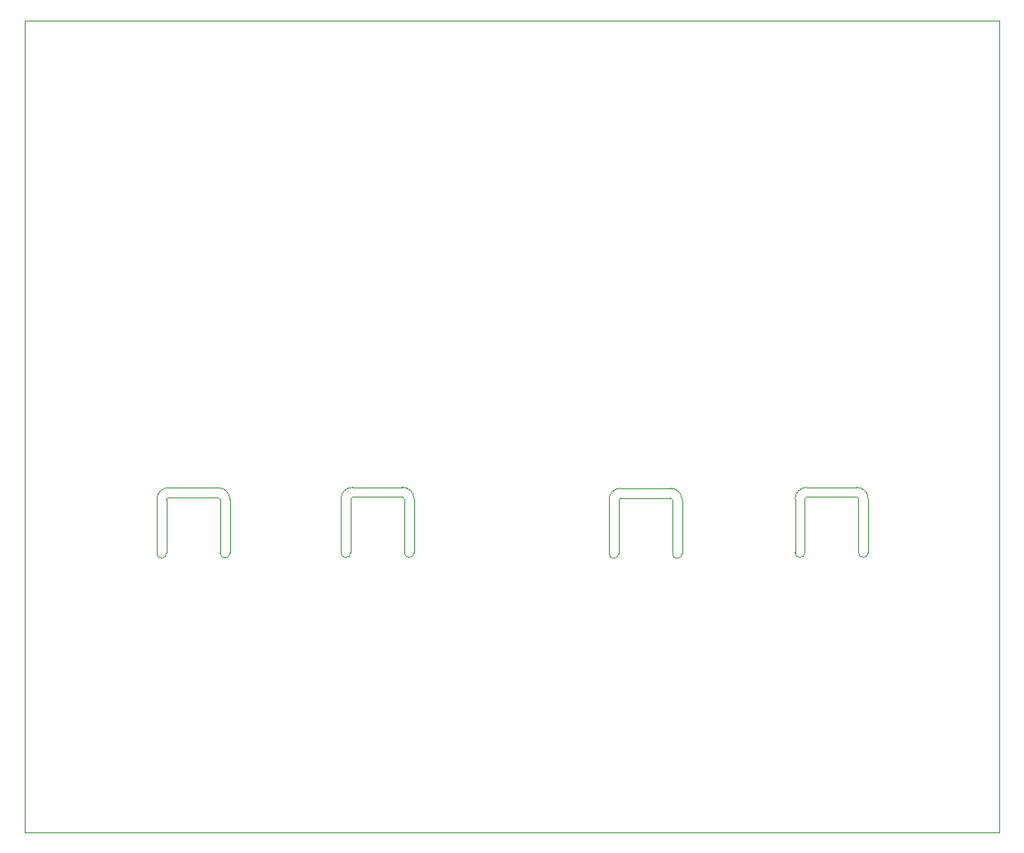
<source format=gbr>
%TF.GenerationSoftware,KiCad,Pcbnew,9.0.3*%
%TF.CreationDate,2025-10-06T20:13:02+02:00*%
%TF.ProjectId,esp32_blinds_controller,65737033-325f-4626-9c69-6e64735f636f,V0.3*%
%TF.SameCoordinates,Original*%
%TF.FileFunction,Profile,NP*%
%FSLAX46Y46*%
G04 Gerber Fmt 4.6, Leading zero omitted, Abs format (unit mm)*
G04 Created by KiCad (PCBNEW 9.0.3) date 2025-10-06 20:13:02*
%MOMM*%
%LPD*%
G01*
G04 APERTURE LIST*
%TA.AperFunction,Profile*%
%ADD10C,0.050000*%
%TD*%
%TA.AperFunction,Profile*%
%ADD11C,0.120000*%
%TD*%
G04 APERTURE END LIST*
D10*
X139900000Y-103600000D02*
G75*
G02*
X141100000Y-104800000I0J-1200000D01*
G01*
X167400000Y-103700000D02*
G75*
G02*
X168600000Y-104900000I0J-1200000D01*
G01*
X168600000Y-110400000D02*
G75*
G02*
X167600000Y-110400000I-500000J0D01*
G01*
X187700000Y-110300000D02*
X187700000Y-104800000D01*
X161100000Y-110400000D02*
X161100000Y-104900000D01*
X134600000Y-110300000D02*
X134600000Y-104800000D01*
X122200000Y-110350000D02*
G75*
G02*
X121200000Y-110350000I-500000J0D01*
G01*
X122200000Y-110350000D02*
X122200000Y-104850000D01*
X134800000Y-103600000D02*
X139900000Y-103600000D01*
X162300000Y-104700000D02*
X167400000Y-104700000D01*
X141100000Y-110300000D02*
X141100000Y-104800000D01*
X181200000Y-110300000D02*
G75*
G02*
X180200000Y-110300000I-500000J0D01*
G01*
X121000000Y-103650000D02*
G75*
G02*
X122200000Y-104850000I0J-1200000D01*
G01*
X181400000Y-104600000D02*
X186500000Y-104600000D01*
X162100000Y-104900000D02*
G75*
G02*
X162300000Y-104700000I200000J0D01*
G01*
X133600000Y-104800000D02*
G75*
G02*
X134800000Y-103600000I1200000J0D01*
G01*
X121200000Y-110350000D02*
X121200000Y-104850000D01*
X187700000Y-110300000D02*
G75*
G02*
X186700000Y-110300000I-500000J0D01*
G01*
X115900000Y-104650000D02*
X121000000Y-104650000D01*
X115700000Y-110350000D02*
X115700000Y-104850000D01*
X167400000Y-104700000D02*
G75*
G02*
X167600000Y-104900000I0J-200000D01*
G01*
X141100000Y-110300000D02*
G75*
G02*
X140100000Y-110300000I-500000J0D01*
G01*
X186700000Y-110300000D02*
X186700000Y-104800000D01*
X180200000Y-104800000D02*
G75*
G02*
X181400000Y-103600000I1200000J0D01*
G01*
X134800000Y-104600000D02*
X139900000Y-104600000D01*
X181200000Y-104800000D02*
G75*
G02*
X181400000Y-104600000I200000J0D01*
G01*
X186500000Y-104600000D02*
G75*
G02*
X186700000Y-104800000I0J-200000D01*
G01*
X162100000Y-110400000D02*
G75*
G02*
X161100000Y-110400000I-500000J0D01*
G01*
X139900000Y-104600000D02*
G75*
G02*
X140100000Y-104800000I0J-200000D01*
G01*
X115700000Y-110350000D02*
G75*
G02*
X114700000Y-110350000I-500000J0D01*
G01*
X186500000Y-103600000D02*
G75*
G02*
X187700000Y-104800000I0J-1200000D01*
G01*
X180200000Y-110300000D02*
X180200000Y-104800000D01*
X162100000Y-110400000D02*
X162100000Y-104900000D01*
X134600000Y-104800000D02*
G75*
G02*
X134800000Y-104600000I200000J0D01*
G01*
X115900000Y-103650000D02*
X121000000Y-103650000D01*
X121000000Y-104650000D02*
G75*
G02*
X121200000Y-104850000I0J-200000D01*
G01*
X140100000Y-110300000D02*
X140100000Y-104800000D01*
X181200000Y-110300000D02*
X181200000Y-104800000D01*
X114700000Y-110350000D02*
X114700000Y-104850000D01*
X168600000Y-110400000D02*
X168600000Y-104900000D01*
X162300000Y-103700000D02*
X167400000Y-103700000D01*
X167600000Y-110400000D02*
X167600000Y-104900000D01*
X161100000Y-104900000D02*
G75*
G02*
X162300000Y-103700000I1200000J0D01*
G01*
X134600000Y-110300000D02*
G75*
G02*
X133600000Y-110300000I-500000J0D01*
G01*
X181400000Y-103600000D02*
X186500000Y-103600000D01*
X115700000Y-104850000D02*
G75*
G02*
X115900000Y-104650000I200000J0D01*
G01*
X114700000Y-104850000D02*
G75*
G02*
X115900000Y-103650000I1200000J0D01*
G01*
X133600000Y-110300000D02*
X133600000Y-104800000D01*
D11*
%TO.C,MOD1*%
X101175000Y-55745000D02*
X101175000Y-138995000D01*
X101175000Y-138995000D02*
X201175000Y-138995000D01*
X201175000Y-55745000D02*
X101175000Y-55745000D01*
X201175000Y-138995000D02*
X201175000Y-55745000D01*
%TD*%
M02*

</source>
